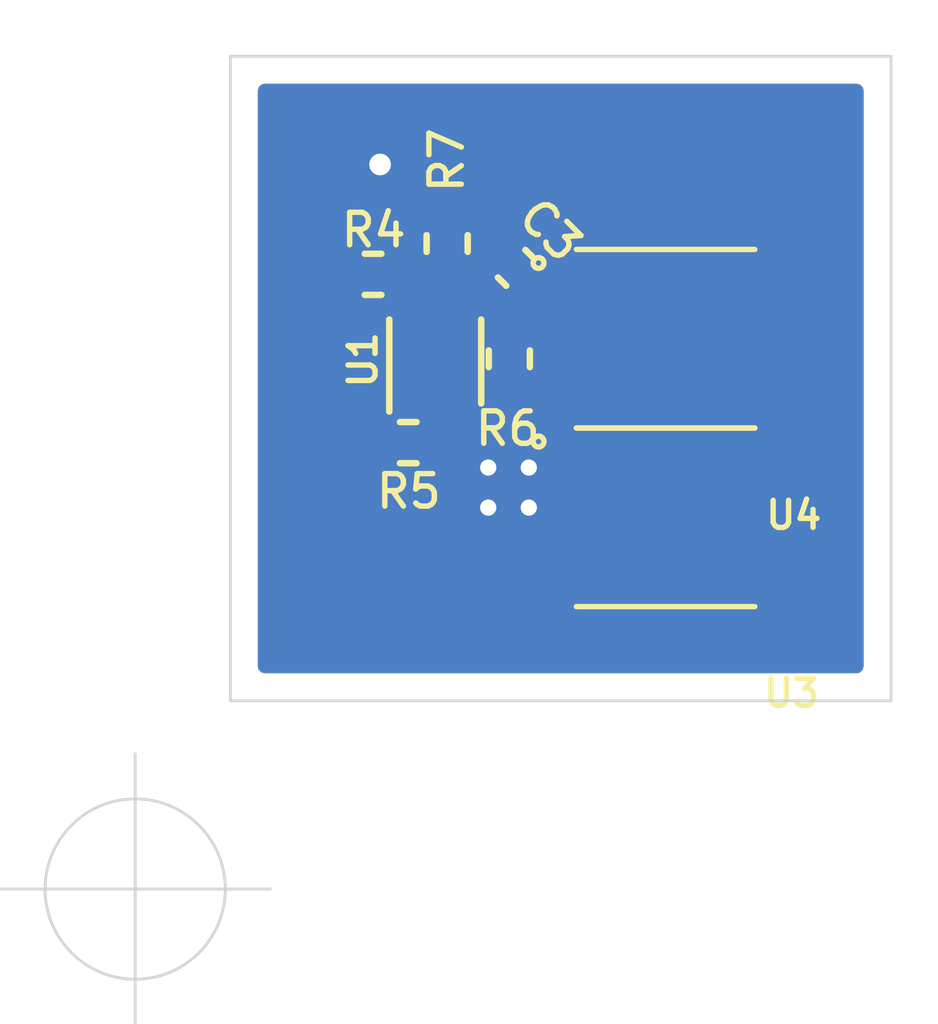
<source format=kicad_pcb>
(kicad_pcb (version 20211014) (generator pcbnew)
  (layers (0 "F.Cu" signal) (31 "B.Cu" signal) (34 "B.Paste" user) (35 "F.Paste" user) (36 "B.SilkS" user "B.Silkscreen") (37 "F.SilkS" user "F.Silkscreen") (38 "B.Mask" user) (39 "F.Mask" user) (44 "Edge.Cuts" user))
  (net 0 "")
  (net 1 "BAT-")
  (net 2 "Net-(C3-Pad1)")
  (net 3 "Net-(R4-Pad1)")
  (net 4 "Net-(R5-Pad1)")
  (net 5 "Net-(R6-Pad1)")
  (net 6 "Net-(U3-Pad5)")
  (net 7 "VDD")
  (net 8 "BAT+")
  (footprint "Capacitor_SMD:C_0402_1005Metric" (layer "F.Cu") (at 125.26 75.93 -45)
    (fp_text reference "C3" (at -0.042426 -0.947523 135) (layer "F.SilkS") (effects (font (size 0.6 0.6) (thickness 0.1))))
    (fp_text value "0.1uF")
    (fp_line (start -0.107836 0.36) (end 0.107836 0.36) (layer "F.SilkS") (width 0.12))
    (fp_line (start -0.107836 -0.36) (end 0.107836 -0.36) (layer "F.SilkS") (width 0.12))
    (pad "1" smd roundrect locked (at -0.48 0 315) (size 0.56 0.62) (layers "F.Cu" "F.Paste" "F.Mask") (net 2 "Net-(C3-Pad1)"))
    (pad "2" smd roundrect locked (at 0.48 0 315) (size 0.56 0.62) (layers "F.Cu" "F.Paste" "F.Mask") (net 1 "BAT-"))
  )
  (footprint "Resistor_SMD:R_0402_1005Metric" (layer "F.Cu") (at 122.62 76.05 180)
    (fp_text reference "R4" (at -0.01 0.82) (layer "F.SilkS") (effects (font (size 0.6 0.6) (thickness 0.1))))
    (fp_text value "2.2k")
    (fp_line (start -0.153641 0.38) (end 0.153641 0.38) (layer "F.SilkS") (width 0.12))
    (fp_line (start -0.153641 -0.38) (end 0.153641 -0.38) (layer "F.SilkS") (width 0.12))
    (pad "1" smd roundrect locked (at -0.51 0 180) (size 0.54 0.64) (layers "F.Cu" "F.Paste" "F.Mask") (net 3 "Net-(R4-Pad1)"))
    (pad "2" smd roundrect locked (at 0.51 0 180) (size 0.54 0.64) (layers "F.Cu" "F.Paste" "F.Mask") (net 7 "VDD"))
  )
  (footprint "Resistor_SMD:R_0402_1005Metric" (layer "F.Cu") (at 123.27 79.16 180)
    (fp_text reference "R5" (at -0.01 -0.9) (layer "F.SilkS") (effects (font (size 0.6 0.6) (thickness 0.1))))
    (fp_text value "5.1M")
    (fp_line (start -0.153641 -0.38) (end 0.153641 -0.38) (layer "F.SilkS") (width 0.12))
    (fp_line (start -0.153641 0.38) (end 0.153641 0.38) (layer "F.SilkS") (width 0.12))
    (pad "1" smd roundrect locked (at -0.51 0 180) (size 0.54 0.64) (layers "F.Cu" "F.Paste" "F.Mask") (net 4 "Net-(R5-Pad1)"))
    (pad "2" smd roundrect locked (at 0.51 0 180) (size 0.54 0.64) (layers "F.Cu" "F.Paste" "F.Mask") (net 7 "VDD"))
  )
  (footprint "Resistor_SMD:R_0402_1005Metric" (layer "F.Cu") (at 125.14 77.61 90)
    (fp_text reference "R6" (at -1.29 -0.03) (layer "F.SilkS") (effects (font (size 0.6 0.6) (thickness 0.1))))
    (fp_text value "5.1M")
    (fp_line (start -0.153641 -0.38) (end 0.153641 -0.38) (layer "F.SilkS") (width 0.12))
    (fp_line (start -0.153641 0.38) (end 0.153641 0.38) (layer "F.SilkS") (width 0.12))
    (pad "1" smd roundrect locked (at -0.51 0 90) (size 0.54 0.64) (layers "F.Cu" "F.Paste" "F.Mask") (net 5 "Net-(R6-Pad1)"))
    (pad "2" smd roundrect locked (at 0.51 0 90) (size 0.54 0.64) (layers "F.Cu" "F.Paste" "F.Mask") (net 1 "BAT-"))
  )
  (footprint "Resistor_SMD:R_0402_1005Metric" (layer "F.Cu") (at 123.99 75.479999 -90)
    (fp_text reference "R7" (at -1.539999 0.01 90) (layer "F.SilkS") (effects (font (size 0.6 0.6) (thickness 0.1))))
    (fp_text value "330R")
    (fp_line (start -0.153641 -0.38) (end 0.153641 -0.38) (layer "F.SilkS") (width 0.12))
    (fp_line (start -0.153641 0.38) (end 0.153641 0.38) (layer "F.SilkS") (width 0.12))
    (pad "1" smd roundrect locked (at -0.51 0 270) (size 0.54 0.64) (layers "F.Cu" "F.Paste" "F.Mask") (net 8 "BAT+"))
    (pad "2" smd roundrect locked (at 0.51 0 270) (size 0.54 0.64) (layers "F.Cu" "F.Paste" "F.Mask") (net 2 "Net-(C3-Pad1)"))
  )
  (footprint "CSD16406Q3:CSD16406Q3" (layer "F.Cu") (at 128.03 80.54)
    (fp_text reference "U3" (at 2.33 3.25) (layer "F.SilkS") (effects (font (size 0.5 0.5) (thickness 0.1))))
    (fp_text value "CSD16406Q3")
    (fp_line (start -1.65 -1.65) (end 1.65 -1.65) (layer "F.SilkS") (width 0.1))
    (fp_line (start -1.65 1.65) (end 1.65 1.65) (layer "F.SilkS") (width 0.1))
    (fp_circle (center -2.35 -1.4) (end -2.25 -1.4) (layer "F.SilkS") (width 0.1) (fill none))
    (pad "1" smd rect (at -1.435 -0.975) (size 0.63 0.5) (layers "F.Cu" "F.Mask") (net 7 "VDD"))
    (pad "2" smd rect (at -1.435 -0.325) (size 0.63 0.5) (layers "F.Cu" "F.Mask") (net 7 "VDD"))
    (pad "3" smd rect (at -1.435 0.325) (size 0.63 0.5) (layers "F.Cu" "F.Mask") (net 7 "VDD"))
    (pad "4" smd rect (at -1.435 0.975) (size 0.63 0.5) (layers "F.Cu" "F.Mask") (net 4 "Net-(R5-Pad1)"))
    (pad "5" smd rect (at 1.435 0.975) (size 0.63 0.5) (layers "F.Cu") (net 6 "Net-(U3-Pad5)"))
    (pad "6" smd rect (at 1.435 0.325) (size 0.63 0.5) (layers "F.Cu") (net 6 "Net-(U3-Pad5)"))
    (pad "7" smd rect (at 1.435 -0.325) (size 0.63 0.5) (layers "F.Cu") (net 6 "Net-(U3-Pad5)"))
    (pad "8" smd rect (at 1.435 -0.975) (size 0.63 0.5) (layers "F.Cu") (net 6 "Net-(U3-Pad5)"))
    (pad "8" smd rect (at 0.28 0) (size 1.665 2.45) (layers "F.Cu") (net 6 "Net-(U3-Pad5)"))
  )
  (footprint "CSD16406Q3:CSD16406Q3" (layer "F.Cu") (at 128.03 77.24)
    (fp_text reference "U4" (at 2.37 3.26) (layer "F.SilkS") (effects (font (size 0.5 0.5) (thickness 0.1))))
    (fp_text value "CSD16406Q3")
    (fp_line (start -1.65 -1.65) (end 1.65 -1.65) (layer "F.SilkS") (width 0.1))
    (fp_line (start -1.65 1.65) (end 1.65 1.65) (layer "F.SilkS") (width 0.1))
    (fp_circle (center -2.35 -1.4) (end -2.25 -1.4) (layer "F.SilkS") (width 0.1) (fill none))
    (pad "1" smd rect (at -1.435 -0.975) (size 0.63 0.5) (layers "F.Cu" "F.Mask") (net 1 "BAT-"))
    (pad "2" smd rect (at -1.435 -0.325) (size 0.63 0.5) (layers "F.Cu" "F.Mask") (net 1 "BAT-"))
    (pad "3" smd rect (at -1.435 0.325) (size 0.63 0.5) (layers "F.Cu" "F.Mask") (net 1 "BAT-"))
    (pad "4" smd rect (at -1.435 0.975) (size 0.63 0.5) (layers "F.Cu" "F.Mask") (net 5 "Net-(R6-Pad1)"))
    (pad "5" smd rect (at 1.435 0.975) (size 0.63 0.5) (layers "F.Cu") (net 6 "Net-(U3-Pad5)"))
    (pad "6" smd rect (at 1.435 0.325) (size 0.63 0.5) (layers "F.Cu") (net 6 "Net-(U3-Pad5)"))
    (pad "7" smd rect (at 1.435 -0.325) (size 0.63 0.5) (layers "F.Cu") (net 6 "Net-(U3-Pad5)"))
    (pad "8" smd rect (at 1.435 -0.975) (size 0.63 0.5) (layers "F.Cu") (net 6 "Net-(U3-Pad5)"))
    (pad "8" smd rect (at 0.28 0) (size 1.665 2.45) (layers "F.Cu") (net 6 "Net-(U3-Pad5)"))
  )
  (footprint "Package_SON:WSON-6_1.5x1.5mm_P0.5mm" (layer "F.Cu") (at 123.77 77.64 90)
    (fp_text reference "U1" (at 0.01 -1.34 90) (layer "F.SilkS") (effects (font (size 0.5 0.5) (thickness 0.1))))
    (fp_text value "BQ2970")
    (fp_line (start -0.945 -0.85) (end 0.755 -0.85) (layer "F.SilkS") (width 0.12))
    (fp_line (start -0.795 0.85) (end 0.755 0.85) (layer "F.SilkS") (width 0.12))
    (pad "1" smd rect locked (at -0.525 -0.5) (size 0.28 0.85) (layers "F.Cu" "F.Paste" "F.Mask"))
    (pad "2" smd rect locked (at -0.575 0) (size 0.28 0.75) (layers "F.Cu" "F.Paste" "F.Mask") (net 4 "Net-(R5-Pad1)"))
    (pad "3" smd rect locked (at -0.575 0.5) (size 0.28 0.75) (layers "F.Cu" "F.Paste" "F.Mask") (net 5 "Net-(R6-Pad1)"))
    (pad "4" smd rect locked (at 0.575 0.5) (size 0.28 0.75) (layers "F.Cu" "F.Paste" "F.Mask") (net 1 "BAT-"))
    (pad "5" smd rect locked (at 0.575 0) (size 0.28 0.75) (layers "F.Cu" "F.Paste" "F.Mask") (net 2 "Net-(C3-Pad1)"))
    (pad "6" smd rect locked (at 0.575 -0.5) (size 0.28 0.75) (layers "F.Cu" "F.Paste" "F.Mask") (net 3 "Net-(R4-Pad1)"))
  )
  (gr_line (start 119.98 83.93) (end 132.2 83.93) (layer "Edge.Cuts") (width 0.05))
  (gr_line (start 119.98 72.02) (end 119.98 83.93) (layer "Edge.Cuts") (width 0.05))
  (gr_line (start 132.2 72.02) (end 119.98 72.02) (layer "Edge.Cuts") (width 0.05))
  (gr_line (start 132.2 83.93) (end 132.2 72.02) (layer "Edge.Cuts") (width 0.05))
  (target plus (at 118.22 87.41) (size 5) (width 0.05) (layer "Edge.Cuts"))
  (target plus (at 118.22 87.41) (size 5) (width 0.05) (layer "Edge.Cuts"))
  (segment (start 126.03 76.269412) (end 126.4 76.269411) (width 0.5) (layer "F.Cu") (net 1))
  (segment (start 125.38 76.72) (end 126.39 76.72) (width 0.5) (layer "F.Cu") (net 1))
  (segment (start 124.809999 77.05) (end 125.269411 76.590588) (width 0.5) (layer "F.Cu") (net 1))
  (segment (start 125.14 76.728822) (end 125.599411 76.269411) (width 0.5) (layer "F.Cu") (net 1))
  (segment (start 125.14 77.1) (end 125.14 76.728822) (width 0.5) (layer "F.Cu") (net 1))
  (segment (start 125.599411 76.269411) (end 125.969411 76.269412) (width 0.5) (layer "F.Cu") (net 1))
  (segment (start 124.38 77.045) (end 125.195 77.045) (width 0.5) (layer "F.Cu") (net 1))
  (segment (start 125.085 77.045) (end 125.14 77.1) (width 0.5) (layer "F.Cu") (net 1))
  (segment (start 125.969411 76.269412) (end 126.614999 76.915) (width 0.5) (layer "F.Cu") (net 1))
  (segment (start 125.14 77.1) (end 126.15 77.1) (width 0.5) (layer "F.Cu") (net 1))
  (segment (start 126.15 77.1) (end 126.615 77.565) (width 0.5) (layer "F.Cu") (net 1))
  (segment (start 126.61 77.58) (end 126.61 76.28) (width 0.5) (layer "F.Cu") (net 1))
  (segment (start 123.770002 77.045) (end 123.77 76.21) (width 0.25) (layer "F.Cu") (net 2))
  (segment (start 123.99 75.99) (end 124.521178 75.99) (width 0.5) (layer "F.Cu") (net 2))
  (segment (start 124.521178 75.99) (end 124.920589 75.590589) (width 0.5) (layer "F.Cu") (net 2))
  (segment (start 123.77 76.21) (end 123.99 75.99) (width 0.25) (layer "F.Cu") (net 2))
  (segment (start 123.27 77.044999) (end 123.27 76.19) (width 0.25) (layer "F.Cu") (net 3))
  (segment (start 123.27 76.19) (end 123.13 76.05) (width 0.25) (layer "F.Cu") (net 3))
  (segment (start 123.77 78.195) (end 123.77 79.09) (width 0.25) (layer "F.Cu") (net 4))
  (segment (start 126.615 81.525) (end 124.075 81.525) (width 0.5) (layer "F.Cu") (net 4))
  (segment (start 124.075 81.525) (end 123.78 81.23) (width 0.5) (layer "F.Cu") (net 4))
  (segment (start 123.78 81.23) (end 123.78 79.16) (width 0.5) (layer "F.Cu") (net 4))
  (segment (start 125.235 78.215) (end 126.615 78.215) (width 0.5) (layer "F.Cu") (net 5))
  (segment (start 124.39 78.2) (end 125.185 78.2) (width 0.5) (layer "F.Cu") (net 5))
  (segment (start 128.2 79.76) (end 128.2 78.15) (width 0.5) (layer "F.Cu") (net 6))
  (segment (start 128.66 79.76) (end 128.66 78.15) (width 0.5) (layer "F.Cu") (net 6))
  (segment (start 129.15 78.215) (end 129.15 79.575) (width 0.5) (layer "F.Cu") (net 6))
  (segment (start 129.485 78.215) (end 129.485 79.575) (width 0.5) (layer "F.Cu") (net 6))
  (segment (start 129.26001 80.00001) (end 129.485 80.225) (width 0.5) (layer "F.Cu") (net 6))
  (segment (start 129.485 78.215) (end 129.484999 76.265) (width 0.5) (layer "F.Cu") (net 6))
  (segment (start 129.26001 77.901468) (end 129.26001 80.00001) (width 0.5) (layer "F.Cu") (net 6))
  (segment (start 129.485 78.215) (end 129.485 78.126458) (width 0.5) (layer "F.Cu") (net 6))
  (segment (start 127.73 79.75) (end 127.73 78.14) (width 0.5) (layer "F.Cu") (net 6))
  (segment (start 129.485 78.126458) (end 129.26001 77.901468) (width 0.5) (layer "F.Cu") (net 6))
  (segment (start 129.485 81.525) (end 129.485 79.575) (width 0.5) (layer "F.Cu") (net 6))
  (segment (start 126.615 80.875) (end 126.614999 79.575) (width 0.5) (layer "F.Cu") (net 7))
  (via (at 125.5 79.62) (size 0.4) (drill 0.3) (layers "F.Cu" "B.Cu") (net 7))
  (via (at 125.5 80.36) (size 0.4) (drill 0.3) (layers "F.Cu" "B.Cu") (net 7))
  (via (at 124.75 79.62) (size 0.4) (drill 0.3) (layers "F.Cu" "B.Cu") (net 7))
  (via (at 124.75 80.36) (size 0.4) (drill 0.3) (layers "F.Cu" "B.Cu") (net 7))
  (via (at 122.75 74.02) (size 0.8) (drill 0.4) (layers "F.Cu" "B.Cu") (net 7))
  (zone (net 7) (net_name "VDD") (layer "F.Cu") (connect_pads yes (clearance 0.508)) (min_thickness 0.254) (fill yes (thermal_gap 0.508) (thermal_bridge_width 0.508))
    (polygon (pts (xy 133.09 84.88) (xy 118.87 84.88) (xy 118.87 70.98) (xy 133.09 70.98)))
  )
  (zone (net 7) (net_name "VDD") (layer "B.Cu") (connect_pads yes (clearance 0.508)) (min_thickness 0.254) (fill yes (thermal_gap 0.508) (thermal_bridge_width 0.508))
    (polygon (pts (xy 133.09 84.880299) (xy 118.87 84.880299) (xy 118.87 70.980299) (xy 133.09 70.980299)))
  )
)
</source>
